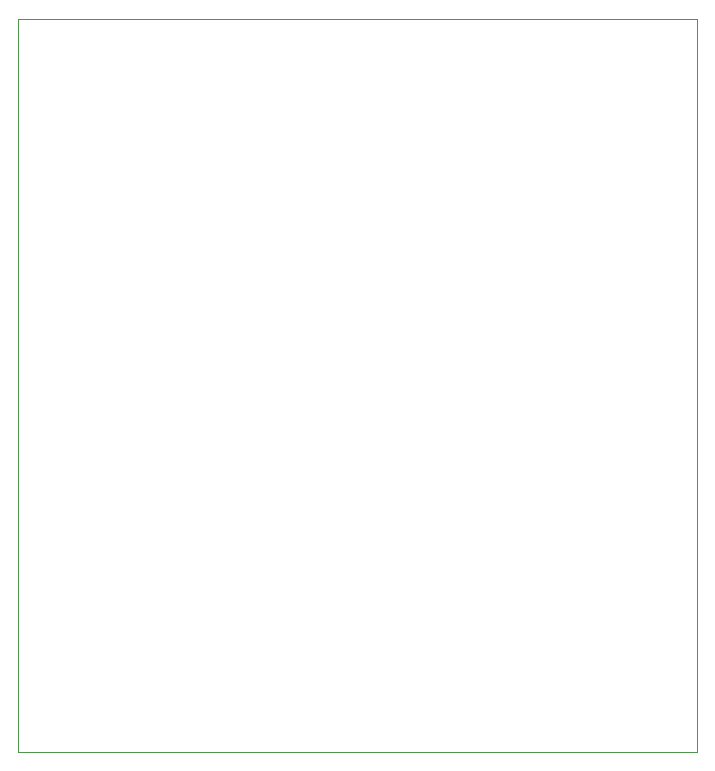
<source format=gbr>
%TF.GenerationSoftware,KiCad,Pcbnew,8.0.3*%
%TF.CreationDate,2024-09-25T15:44:19-04:00*%
%TF.ProjectId,RF4463F30-test-board,52463434-3633-4463-9330-2d746573742d,rev?*%
%TF.SameCoordinates,Original*%
%TF.FileFunction,Profile,NP*%
%FSLAX46Y46*%
G04 Gerber Fmt 4.6, Leading zero omitted, Abs format (unit mm)*
G04 Created by KiCad (PCBNEW 8.0.3) date 2024-09-25 15:44:19*
%MOMM*%
%LPD*%
G01*
G04 APERTURE LIST*
%TA.AperFunction,Profile*%
%ADD10C,0.100000*%
%TD*%
G04 APERTURE END LIST*
D10*
X115750000Y-77000000D02*
X173300000Y-77000000D01*
X173300000Y-139050000D01*
X115750000Y-139050000D01*
X115750000Y-77000000D01*
M02*

</source>
